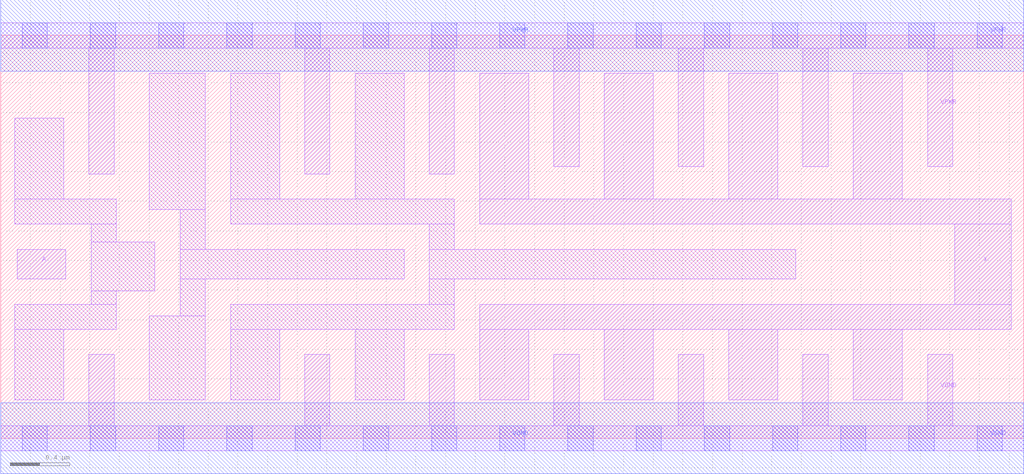
<source format=lef>
# Copyright 2020 The SkyWater PDK Authors
#
# Licensed under the Apache License, Version 2.0 (the "License");
# you may not use this file except in compliance with the License.
# You may obtain a copy of the License at
#
#     https://www.apache.org/licenses/LICENSE-2.0
#
# Unless required by applicable law or agreed to in writing, software
# distributed under the License is distributed on an "AS IS" BASIS,
# WITHOUT WARRANTIES OR CONDITIONS OF ANY KIND, either express or implied.
# See the License for the specific language governing permissions and
# limitations under the License.
#
# SPDX-License-Identifier: Apache-2.0

VERSION 5.7 ;
  NAMESCASESENSITIVE ON ;
  NOWIREEXTENSIONATPIN ON ;
  DIVIDERCHAR "/" ;
  BUSBITCHARS "[]" ;
UNITS
  DATABASE MICRONS 200 ;
END UNITS
MACRO sky130_fd_sc_hd__bufbuf_8
  CLASS CORE ;
  SOURCE USER ;
  FOREIGN sky130_fd_sc_hd__bufbuf_8 ;
  ORIGIN  0.000000  0.000000 ;
  SIZE  6.900000 BY  2.720000 ;
  SYMMETRY X Y R90 ;
  SITE unithd ;
  PIN A
    ANTENNAGATEAREA  0.159000 ;
    DIRECTION INPUT ;
    USE SIGNAL ;
    PORT
      LAYER li1 ;
        RECT 0.110000 1.075000 0.440000 1.275000 ;
    END
  END A
  PIN X
    ANTENNADIFFAREA  1.782000 ;
    DIRECTION OUTPUT ;
    USE SIGNAL ;
    PORT
      LAYER li1 ;
        RECT 3.230000 0.260000 3.560000 0.735000 ;
        RECT 3.230000 0.735000 6.815000 0.905000 ;
        RECT 3.230000 1.445000 6.815000 1.615000 ;
        RECT 3.230000 1.615000 3.560000 2.465000 ;
        RECT 4.070000 0.260000 4.400000 0.735000 ;
        RECT 4.070000 1.615000 4.400000 2.465000 ;
        RECT 4.910000 0.260000 5.240000 0.735000 ;
        RECT 4.910000 1.615000 5.240000 2.465000 ;
        RECT 5.750000 0.260000 6.080000 0.735000 ;
        RECT 5.750000 1.615000 6.080000 2.465000 ;
        RECT 6.435000 0.905000 6.815000 1.445000 ;
    END
  END X
  PIN VGND
    DIRECTION INOUT ;
    SHAPE ABUTMENT ;
    USE GROUND ;
    PORT
      LAYER li1 ;
        RECT 0.000000 -0.085000 6.900000 0.085000 ;
        RECT 0.595000  0.085000 0.765000 0.565000 ;
        RECT 2.050000  0.085000 2.220000 0.565000 ;
        RECT 2.890000  0.085000 3.060000 0.565000 ;
        RECT 3.730000  0.085000 3.900000 0.565000 ;
        RECT 4.570000  0.085000 4.740000 0.565000 ;
        RECT 5.410000  0.085000 5.580000 0.565000 ;
        RECT 6.250000  0.085000 6.420000 0.565000 ;
      LAYER mcon ;
        RECT 0.145000 -0.085000 0.315000 0.085000 ;
        RECT 0.605000 -0.085000 0.775000 0.085000 ;
        RECT 1.065000 -0.085000 1.235000 0.085000 ;
        RECT 1.525000 -0.085000 1.695000 0.085000 ;
        RECT 1.985000 -0.085000 2.155000 0.085000 ;
        RECT 2.445000 -0.085000 2.615000 0.085000 ;
        RECT 2.905000 -0.085000 3.075000 0.085000 ;
        RECT 3.365000 -0.085000 3.535000 0.085000 ;
        RECT 3.825000 -0.085000 3.995000 0.085000 ;
        RECT 4.285000 -0.085000 4.455000 0.085000 ;
        RECT 4.745000 -0.085000 4.915000 0.085000 ;
        RECT 5.205000 -0.085000 5.375000 0.085000 ;
        RECT 5.665000 -0.085000 5.835000 0.085000 ;
        RECT 6.125000 -0.085000 6.295000 0.085000 ;
        RECT 6.585000 -0.085000 6.755000 0.085000 ;
      LAYER met1 ;
        RECT 0.000000 -0.240000 6.900000 0.240000 ;
    END
  END VGND
  PIN VPWR
    DIRECTION INOUT ;
    SHAPE ABUTMENT ;
    USE POWER ;
    PORT
      LAYER li1 ;
        RECT 0.000000 2.635000 6.900000 2.805000 ;
        RECT 0.595000 1.785000 0.765000 2.635000 ;
        RECT 2.050000 1.785000 2.220000 2.635000 ;
        RECT 2.890000 1.785000 3.060000 2.635000 ;
        RECT 3.730000 1.835000 3.900000 2.635000 ;
        RECT 4.570000 1.835000 4.740000 2.635000 ;
        RECT 5.410000 1.835000 5.580000 2.635000 ;
        RECT 6.250000 1.835000 6.420000 2.635000 ;
      LAYER mcon ;
        RECT 0.145000 2.635000 0.315000 2.805000 ;
        RECT 0.605000 2.635000 0.775000 2.805000 ;
        RECT 1.065000 2.635000 1.235000 2.805000 ;
        RECT 1.525000 2.635000 1.695000 2.805000 ;
        RECT 1.985000 2.635000 2.155000 2.805000 ;
        RECT 2.445000 2.635000 2.615000 2.805000 ;
        RECT 2.905000 2.635000 3.075000 2.805000 ;
        RECT 3.365000 2.635000 3.535000 2.805000 ;
        RECT 3.825000 2.635000 3.995000 2.805000 ;
        RECT 4.285000 2.635000 4.455000 2.805000 ;
        RECT 4.745000 2.635000 4.915000 2.805000 ;
        RECT 5.205000 2.635000 5.375000 2.805000 ;
        RECT 5.665000 2.635000 5.835000 2.805000 ;
        RECT 6.125000 2.635000 6.295000 2.805000 ;
        RECT 6.585000 2.635000 6.755000 2.805000 ;
      LAYER met1 ;
        RECT 0.000000 2.480000 6.900000 2.960000 ;
    END
  END VPWR
  OBS
    LAYER li1 ;
      RECT 0.095000 0.260000 0.425000 0.735000 ;
      RECT 0.095000 0.735000 0.780000 0.905000 ;
      RECT 0.095000 1.445000 0.780000 1.615000 ;
      RECT 0.095000 1.615000 0.425000 2.160000 ;
      RECT 0.610000 0.905000 0.780000 0.995000 ;
      RECT 0.610000 0.995000 1.040000 1.325000 ;
      RECT 0.610000 1.325000 0.780000 1.445000 ;
      RECT 1.000000 0.260000 1.380000 0.825000 ;
      RECT 1.000000 1.545000 1.380000 2.465000 ;
      RECT 1.210000 0.825000 1.380000 1.075000 ;
      RECT 1.210000 1.075000 2.720000 1.275000 ;
      RECT 1.210000 1.275000 1.380000 1.545000 ;
      RECT 1.550000 0.260000 1.880000 0.735000 ;
      RECT 1.550000 0.735000 3.060000 0.905000 ;
      RECT 1.550000 1.445000 3.060000 1.615000 ;
      RECT 1.550000 1.615000 1.880000 2.465000 ;
      RECT 2.390000 0.260000 2.720000 0.735000 ;
      RECT 2.390000 1.615000 2.720000 2.465000 ;
      RECT 2.890000 0.905000 3.060000 1.075000 ;
      RECT 2.890000 1.075000 5.360000 1.275000 ;
      RECT 2.890000 1.275000 3.060000 1.445000 ;
  END
END sky130_fd_sc_hd__bufbuf_8
END LIBRARY

</source>
